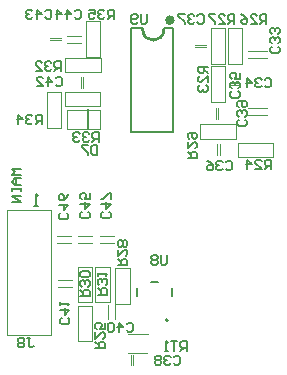
<source format=gbo>
G04*
G04 #@! TF.GenerationSoftware,Altium Limited,Altium Designer,22.2.1 (43)*
G04*
G04 Layer_Color=32896*
%FSLAX25Y25*%
%MOIN*%
G70*
G04*
G04 #@! TF.SameCoordinates,65C05967-714E-454F-997F-66751C825CAB*
G04*
G04*
G04 #@! TF.FilePolarity,Positive*
G04*
G01*
G75*
%ADD10C,0.00787*%
%ADD12C,0.01575*%
%ADD13C,0.01000*%
%ADD14C,0.00394*%
%ADD15C,0.00500*%
%ADD18C,0.00591*%
%ADD21R,0.01083X0.06693*%
D10*
X334842Y19646D02*
G03*
X334842Y19646I-394J0D01*
G01*
X336614Y82284D02*
Y116929D01*
X322441Y82284D02*
X336614D01*
X322441D02*
Y116929D01*
X326378D01*
X333465D02*
X336614D01*
X291339Y57874D02*
X290027D01*
X290683D01*
Y61810D01*
X291339Y61154D01*
X285827Y70079D02*
X282678D01*
X283728Y69029D01*
X282678Y67980D01*
X285827D01*
Y66930D02*
X283728D01*
X282678Y65881D01*
X283728Y64831D01*
X285827D01*
X284252D01*
Y66930D01*
X282678Y63782D02*
Y62732D01*
Y63257D01*
X285827D01*
Y63782D01*
Y62732D01*
Y61158D02*
X282678D01*
X285827Y59059D01*
X282678D01*
D12*
X336221Y119685D02*
G03*
X336221Y119685I-787J0D01*
G01*
D13*
X326378Y116535D02*
G03*
X333465Y116535I3543J0D01*
G01*
D14*
X350394Y92520D02*
X353937D01*
X349213D02*
X350394D01*
X349213D02*
Y104331D01*
X353937D01*
Y92520D02*
Y104331D01*
X295874Y14583D02*
Y56315D01*
X281307D02*
X295874D01*
X281307Y14583D02*
X295874D01*
X281307D02*
Y56315D01*
X311811Y25591D02*
X315354D01*
X310630D02*
X311811D01*
X310630D02*
Y37402D01*
X315354D01*
Y25591D02*
Y37402D01*
X297843Y47850D02*
X302567D01*
X297843Y45488D02*
X302567D01*
X304929Y47850D02*
X309653D01*
X304929Y45488D02*
X309653D01*
X312016Y47850D02*
X316740D01*
X312016Y45488D02*
X316740D01*
X304738Y24506D02*
X308281D01*
X309462D01*
Y12695D02*
Y24506D01*
X304738Y12695D02*
X309462D01*
X304738D02*
Y24506D01*
X323244Y4578D02*
Y8122D01*
X322456Y4578D02*
Y8122D01*
X321457Y14961D02*
X328150D01*
X321457Y8661D02*
X327756D01*
X317323Y37008D02*
X320866D01*
X322047D01*
Y25197D02*
Y37008D01*
X317323Y25197D02*
X322047D01*
X317323D02*
Y37008D01*
X305906Y25591D02*
X309449D01*
X304724D02*
X305906D01*
X304724D02*
Y37402D01*
X309449D01*
Y25591D02*
Y37402D01*
X317323Y20079D02*
Y24803D01*
X314961Y20079D02*
Y24803D01*
X355315Y98032D02*
X358858D01*
X355315Y98819D02*
X358858D01*
X350856Y86717D02*
Y90261D01*
X351643Y86717D02*
Y90261D01*
X357336Y81363D02*
Y84906D01*
Y80182D02*
Y81363D01*
X345525Y80182D02*
X357336D01*
X345525D02*
Y84906D01*
X357336D01*
X300394Y90945D02*
Y94488D01*
Y95669D01*
X312205D01*
Y90945D02*
Y95669D01*
X300394Y90945D02*
X312205D01*
X301083Y83465D02*
Y89764D01*
X312303D01*
Y83465D02*
Y89764D01*
X301083Y83465D02*
X312303D01*
X306643Y97047D02*
Y100591D01*
X305855Y97047D02*
Y100591D01*
X300594Y102238D02*
Y105781D01*
Y106962D01*
X312405D01*
Y102238D02*
Y106962D01*
X300594Y102238D02*
X312405D01*
X358095Y74138D02*
Y77681D01*
Y78862D01*
X369905D01*
Y74138D02*
Y78862D01*
X358095Y74138D02*
X369905D01*
X354724Y116929D02*
X358268D01*
X359449D01*
Y105118D02*
Y116929D01*
X354724Y105118D02*
X359449D01*
X354724D02*
Y116929D01*
X350394Y105118D02*
X353937D01*
X349213D02*
X350394D01*
X349213D02*
Y116929D01*
X353937D01*
Y105118D02*
Y116929D01*
X295669Y83858D02*
X299213D01*
X294488D02*
X295669D01*
X294488D02*
Y95669D01*
X299213D01*
Y83858D02*
Y95669D01*
X308661Y107480D02*
X312205D01*
X307480D02*
X308661D01*
X307480D02*
Y119291D01*
X312205D01*
Y107480D02*
Y119291D01*
X361650Y109481D02*
X367950D01*
X361650Y107119D02*
X367950D01*
X361650Y90381D02*
X367950D01*
X361650Y88019D02*
X367950D01*
X298031Y33071D02*
X302756D01*
X298031Y30709D02*
X302756D01*
X301181Y114420D02*
X305906D01*
X301181Y112058D02*
X305906D01*
X351206Y74728D02*
Y78272D01*
X351994Y74728D02*
Y78272D01*
X343898Y111417D02*
X347441D01*
X343898Y110630D02*
X347441D01*
X295472Y113779D02*
X299016D01*
X295472Y112992D02*
X299016D01*
D15*
X336024Y27835D02*
Y30433D01*
X328996Y32283D02*
X331634D01*
X324606Y27835D02*
Y30433D01*
D18*
X327821Y121653D02*
Y119029D01*
X327296Y118504D01*
X326246D01*
X325722Y119029D01*
Y121653D01*
X324672Y119029D02*
X324147Y118504D01*
X323098D01*
X322573Y119029D01*
Y121128D01*
X323098Y121653D01*
X324147D01*
X324672Y121128D01*
Y120604D01*
X324147Y120079D01*
X322573D01*
X334514Y41338D02*
Y38714D01*
X333989Y38190D01*
X332939D01*
X332415Y38714D01*
Y41338D01*
X331365Y40813D02*
X330840Y41338D01*
X329791D01*
X329266Y40813D01*
Y40288D01*
X329791Y39764D01*
X329266Y39239D01*
Y38714D01*
X329791Y38190D01*
X330840D01*
X331365Y38714D01*
Y39239D01*
X330840Y39764D01*
X331365Y40288D01*
Y40813D01*
X330840Y39764D02*
X329791D01*
X341075Y9449D02*
Y12598D01*
X339501D01*
X338976Y12073D01*
Y11024D01*
X339501Y10499D01*
X341075D01*
X340025D02*
X338976Y9449D01*
X337926Y12598D02*
X335827D01*
X336877D01*
Y9449D01*
X334778D02*
X333728D01*
X334253D01*
Y12598D01*
X334778Y12073D01*
X316796Y120079D02*
Y123228D01*
X315222D01*
X314698Y122703D01*
Y121653D01*
X315222Y121129D01*
X316796D01*
X315747D02*
X314698Y120079D01*
X313648Y122703D02*
X313123Y123228D01*
X312074D01*
X311549Y122703D01*
Y122178D01*
X312074Y121653D01*
X312598D01*
X312074D01*
X311549Y121129D01*
Y120604D01*
X312074Y120079D01*
X313123D01*
X313648Y120604D01*
X308400Y123228D02*
X310499D01*
Y121653D01*
X309450Y122178D01*
X308925D01*
X308400Y121653D01*
Y120604D01*
X308925Y120079D01*
X309975D01*
X310499Y120604D01*
X292781Y85040D02*
Y88188D01*
X291207D01*
X290682Y87664D01*
Y86614D01*
X291207Y86089D01*
X292781D01*
X291731D02*
X290682Y85040D01*
X289632Y87664D02*
X289107Y88188D01*
X288058D01*
X287533Y87664D01*
Y87139D01*
X288058Y86614D01*
X288583D01*
X288058D01*
X287533Y86089D01*
Y85565D01*
X288058Y85040D01*
X289107D01*
X289632Y85565D01*
X284909Y85040D02*
Y88188D01*
X286484Y86614D01*
X284385D01*
X311678Y79134D02*
Y82283D01*
X310104D01*
X309579Y81758D01*
Y80709D01*
X310104Y80184D01*
X311678D01*
X310629D02*
X309579Y79134D01*
X308530Y81758D02*
X308005Y82283D01*
X306956D01*
X306431Y81758D01*
Y81233D01*
X306956Y80709D01*
X307480D01*
X306956D01*
X306431Y80184D01*
Y79659D01*
X306956Y79134D01*
X308005D01*
X308530Y79659D01*
X305381Y81758D02*
X304856Y82283D01*
X303807D01*
X303282Y81758D01*
Y81233D01*
X303807Y80709D01*
X304332D01*
X303807D01*
X303282Y80184D01*
Y79659D01*
X303807Y79134D01*
X304856D01*
X305381Y79659D01*
X299080Y102756D02*
Y105905D01*
X297506D01*
X296981Y105380D01*
Y104331D01*
X297506Y103806D01*
X299080D01*
X298030D02*
X296981Y102756D01*
X295931Y105380D02*
X295407Y105905D01*
X294357D01*
X293832Y105380D01*
Y104856D01*
X294357Y104331D01*
X294882D01*
X294357D01*
X293832Y103806D01*
Y103281D01*
X294357Y102756D01*
X295407D01*
X295931Y103281D01*
X290684Y102756D02*
X292783D01*
X290684Y104856D01*
Y105380D01*
X291209Y105905D01*
X292258D01*
X292783Y105380D01*
X311418Y28216D02*
X314566D01*
Y29791D01*
X314042Y30316D01*
X312992D01*
X312467Y29791D01*
Y28216D01*
Y29266D02*
X311418Y30316D01*
X314042Y31365D02*
X314566Y31890D01*
Y32939D01*
X314042Y33464D01*
X313517D01*
X312992Y32939D01*
Y32414D01*
Y32939D01*
X312467Y33464D01*
X311943D01*
X311418Y32939D01*
Y31890D01*
X311943Y31365D01*
X311418Y34514D02*
Y35563D01*
Y35038D01*
X314566D01*
X314042Y34514D01*
X305512Y27692D02*
X308661D01*
Y29266D01*
X308136Y29791D01*
X307087D01*
X306562Y29266D01*
Y27692D01*
Y28741D02*
X305512Y29791D01*
X308136Y30840D02*
X308661Y31365D01*
Y32414D01*
X308136Y32939D01*
X307611D01*
X307087Y32414D01*
Y31890D01*
Y32414D01*
X306562Y32939D01*
X306037D01*
X305512Y32414D01*
Y31365D01*
X306037Y30840D01*
X308136Y33989D02*
X308661Y34514D01*
Y35563D01*
X308136Y36088D01*
X306037D01*
X305512Y35563D01*
Y34514D01*
X306037Y33989D01*
X308136D01*
X341339Y73755D02*
X344488D01*
Y75329D01*
X343963Y75854D01*
X342913D01*
X342389Y75329D01*
Y73755D01*
Y74804D02*
X341339Y75854D01*
Y79002D02*
Y76903D01*
X343438Y79002D01*
X343963D01*
X344488Y78478D01*
Y77428D01*
X343963Y76903D01*
X341864Y80052D02*
X341339Y80577D01*
Y81626D01*
X341864Y82151D01*
X343963D01*
X344488Y81626D01*
Y80577D01*
X343963Y80052D01*
X343438D01*
X342913Y80577D01*
Y82151D01*
X318111Y37928D02*
X321259D01*
Y39502D01*
X320735Y40027D01*
X319685D01*
X319160Y39502D01*
Y37928D01*
Y38977D02*
X318111Y40027D01*
Y43176D02*
Y41076D01*
X320210Y43176D01*
X320735D01*
X321259Y42651D01*
Y41601D01*
X320735Y41076D01*
Y44225D02*
X321259Y44750D01*
Y45799D01*
X320735Y46324D01*
X320210D01*
X319685Y45799D01*
X319160Y46324D01*
X318636D01*
X318111Y45799D01*
Y44750D01*
X318636Y44225D01*
X319160D01*
X319685Y44750D01*
X320210Y44225D01*
X320735D01*
X319685Y44750D02*
Y45799D01*
X356954Y118504D02*
Y121653D01*
X355380D01*
X354855Y121128D01*
Y120079D01*
X355380Y119554D01*
X356954D01*
X355905D02*
X354855Y118504D01*
X351706D02*
X353805D01*
X351706Y120604D01*
Y121128D01*
X352231Y121653D01*
X353281D01*
X353805Y121128D01*
X350657Y121653D02*
X348558D01*
Y121128D01*
X350657Y119029D01*
Y118504D01*
X367584D02*
Y121653D01*
X366010D01*
X365485Y121128D01*
Y120079D01*
X366010Y119554D01*
X367584D01*
X366534D02*
X365485Y118504D01*
X362336D02*
X364435D01*
X362336Y120604D01*
Y121128D01*
X362861Y121653D01*
X363911D01*
X364435Y121128D01*
X359188Y121653D02*
X360237Y121128D01*
X361287Y120079D01*
Y119029D01*
X360762Y118504D01*
X359713D01*
X359188Y119029D01*
Y119554D01*
X359713Y120079D01*
X361287D01*
X310630Y10369D02*
X313779D01*
Y11943D01*
X313254Y12468D01*
X312205D01*
X311680Y11943D01*
Y10369D01*
Y11418D02*
X310630Y12468D01*
Y15617D02*
Y13517D01*
X312730Y15617D01*
X313254D01*
X313779Y15092D01*
Y14042D01*
X313254Y13517D01*
X313779Y18765D02*
Y16666D01*
X312205D01*
X312730Y17716D01*
Y18240D01*
X312205Y18765D01*
X311155D01*
X310630Y18240D01*
Y17191D01*
X311155Y16666D01*
X369159Y70079D02*
Y73228D01*
X367584D01*
X367060Y72703D01*
Y71653D01*
X367584Y71129D01*
X369159D01*
X368109D02*
X367060Y70079D01*
X363911D02*
X366010D01*
X363911Y72178D01*
Y72703D01*
X364436Y73228D01*
X365485D01*
X366010Y72703D01*
X361287Y70079D02*
Y73228D01*
X362862Y71653D01*
X360763D01*
X348031Y104198D02*
X344882D01*
Y102624D01*
X345407Y102099D01*
X346457D01*
X346981Y102624D01*
Y104198D01*
Y103149D02*
X348031Y102099D01*
Y98950D02*
Y101049D01*
X345932Y98950D01*
X345407D01*
X344882Y99475D01*
Y100525D01*
X345407Y101049D01*
Y97901D02*
X344882Y97376D01*
Y96327D01*
X345407Y95802D01*
X345932D01*
X346457Y96327D01*
Y96851D01*
Y96327D01*
X346981Y95802D01*
X347506D01*
X348031Y96327D01*
Y97376D01*
X347506Y97901D01*
X287926Y13779D02*
X288976D01*
X288451D01*
Y11155D01*
X288976Y10630D01*
X289501D01*
X290025Y11155D01*
X286877Y13254D02*
X286352Y13779D01*
X285302D01*
X284778Y13254D01*
Y12730D01*
X285302Y12205D01*
X284778Y11680D01*
Y11155D01*
X285302Y10630D01*
X286352D01*
X286877Y11155D01*
Y11680D01*
X286352Y12205D01*
X286877Y12730D01*
Y13254D01*
X286352Y12205D02*
X285302D01*
X311285Y77952D02*
Y74804D01*
X309711D01*
X309186Y75328D01*
Y77428D01*
X309711Y77952D01*
X311285D01*
X308137D02*
X306038D01*
Y77428D01*
X308137Y75328D01*
Y74804D01*
X315223Y55775D02*
X315747Y55250D01*
Y54201D01*
X315223Y53676D01*
X313124D01*
X312599Y54201D01*
Y55250D01*
X313124Y55775D01*
X312599Y58399D02*
X315747D01*
X314173Y56824D01*
Y58924D01*
X315747Y59973D02*
Y62072D01*
X315223D01*
X313124Y59973D01*
X312599D01*
X301049Y55381D02*
X301574Y54856D01*
Y53807D01*
X301049Y53282D01*
X298951D01*
X298426Y53807D01*
Y54856D01*
X298951Y55381D01*
X298426Y58005D02*
X301574D01*
X300000Y56431D01*
Y58530D01*
X301574Y61678D02*
X301049Y60629D01*
X300000Y59579D01*
X298951D01*
X298426Y60104D01*
Y61154D01*
X298951Y61678D01*
X299475D01*
X300000Y61154D01*
Y59579D01*
X308136Y55775D02*
X308661Y55250D01*
Y54201D01*
X308136Y53676D01*
X306037D01*
X305512Y54201D01*
Y55250D01*
X306037Y55775D01*
X305512Y58399D02*
X308661D01*
X307087Y56824D01*
Y58924D01*
X308661Y62072D02*
Y59973D01*
X307087D01*
X307611Y61023D01*
Y61547D01*
X307087Y62072D01*
X306037D01*
X305512Y61547D01*
Y60498D01*
X306037Y59973D01*
X303674Y122703D02*
X304199Y123228D01*
X305248D01*
X305773Y122703D01*
Y120604D01*
X305248Y120079D01*
X304199D01*
X303674Y120604D01*
X301050Y120079D02*
Y123228D01*
X302624Y121653D01*
X300525D01*
X297901Y120079D02*
Y123228D01*
X299476Y121653D01*
X297377D01*
X293831Y122703D02*
X294356Y123228D01*
X295406D01*
X295930Y122703D01*
Y120604D01*
X295406Y120079D01*
X294356D01*
X293831Y120604D01*
X291208Y120079D02*
Y123228D01*
X292782Y121653D01*
X290683D01*
X289633Y122703D02*
X289108Y123228D01*
X288059D01*
X287534Y122703D01*
Y122178D01*
X288059Y121653D01*
X288584D01*
X288059D01*
X287534Y121129D01*
Y120604D01*
X288059Y120079D01*
X289108D01*
X289633Y120604D01*
X297375Y100262D02*
X297899Y100787D01*
X298949D01*
X299474Y100262D01*
Y98163D01*
X298949Y97638D01*
X297899D01*
X297375Y98163D01*
X294751Y97638D02*
Y100787D01*
X296325Y99213D01*
X294226D01*
X291077Y97638D02*
X293177D01*
X291077Y99737D01*
Y100262D01*
X291602Y100787D01*
X292652D01*
X293177Y100262D01*
X301443Y20473D02*
X301968Y19948D01*
Y18899D01*
X301443Y18374D01*
X299344D01*
X298819Y18899D01*
Y19948D01*
X299344Y20473D01*
X298819Y23097D02*
X301968D01*
X300394Y21522D01*
Y23621D01*
X298819Y24671D02*
Y25721D01*
Y25196D01*
X301968D01*
X301443Y24671D01*
X320997Y18372D02*
X321521Y18897D01*
X322571D01*
X323096Y18372D01*
Y16273D01*
X322571Y15748D01*
X321521D01*
X320997Y16273D01*
X318373Y15748D02*
Y18897D01*
X319947Y17323D01*
X317848D01*
X316799Y18372D02*
X316274Y18897D01*
X315224D01*
X314700Y18372D01*
Y16273D01*
X315224Y15748D01*
X316274D01*
X316799Y16273D01*
Y18372D01*
X360498Y86484D02*
X361023Y85959D01*
Y84909D01*
X360498Y84385D01*
X358399D01*
X357874Y84909D01*
Y85959D01*
X358399Y86484D01*
X360498Y87533D02*
X361023Y88058D01*
Y89107D01*
X360498Y89632D01*
X359974D01*
X359449Y89107D01*
Y88583D01*
Y89107D01*
X358924Y89632D01*
X358399D01*
X357874Y89107D01*
Y88058D01*
X358399Y87533D01*
Y90682D02*
X357874Y91207D01*
Y92256D01*
X358399Y92781D01*
X360498D01*
X361023Y92256D01*
Y91207D01*
X360498Y90682D01*
X359974D01*
X359449Y91207D01*
Y92781D01*
X336745Y7349D02*
X337269Y7874D01*
X338319D01*
X338844Y7349D01*
Y5250D01*
X338319Y4725D01*
X337269D01*
X336745Y5250D01*
X335695Y7349D02*
X335170Y7874D01*
X334121D01*
X333596Y7349D01*
Y6824D01*
X334121Y6299D01*
X334646D01*
X334121D01*
X333596Y5774D01*
Y5250D01*
X334121Y4725D01*
X335170D01*
X335695Y5250D01*
X332547Y7349D02*
X332022Y7874D01*
X330972D01*
X330448Y7349D01*
Y6824D01*
X330972Y6299D01*
X330448Y5774D01*
Y5250D01*
X330972Y4725D01*
X332022D01*
X332547Y5250D01*
Y5774D01*
X332022Y6299D01*
X332547Y6824D01*
Y7349D01*
X332022Y6299D02*
X330972D01*
X344619Y121128D02*
X345144Y121653D01*
X346193D01*
X346718Y121128D01*
Y119029D01*
X346193Y118504D01*
X345144D01*
X344619Y119029D01*
X343569Y121128D02*
X343044Y121653D01*
X341995D01*
X341470Y121128D01*
Y120604D01*
X341995Y120079D01*
X342520D01*
X341995D01*
X341470Y119554D01*
Y119029D01*
X341995Y118504D01*
X343044D01*
X343569Y119029D01*
X340421Y121653D02*
X338322D01*
Y121128D01*
X340421Y119029D01*
Y118504D01*
X354068Y72309D02*
X354592Y72834D01*
X355642D01*
X356167Y72309D01*
Y70210D01*
X355642Y69686D01*
X354592D01*
X354068Y70210D01*
X353018Y72309D02*
X352493Y72834D01*
X351444D01*
X350919Y72309D01*
Y71785D01*
X351444Y71260D01*
X351969D01*
X351444D01*
X350919Y70735D01*
Y70210D01*
X351444Y69686D01*
X352493D01*
X353018Y70210D01*
X347770Y72834D02*
X348820Y72309D01*
X349869Y71260D01*
Y70210D01*
X349345Y69686D01*
X348295D01*
X347770Y70210D01*
Y70735D01*
X348295Y71260D01*
X349869D01*
X358136Y95932D02*
X358661Y95408D01*
Y94358D01*
X358136Y93833D01*
X356037D01*
X355512Y94358D01*
Y95408D01*
X356037Y95932D01*
X358136Y96982D02*
X358661Y97507D01*
Y98556D01*
X358136Y99081D01*
X357611D01*
X357087Y98556D01*
Y98032D01*
Y98556D01*
X356562Y99081D01*
X356037D01*
X355512Y98556D01*
Y97507D01*
X356037Y96982D01*
X358661Y102230D02*
Y100131D01*
X357087D01*
X357611Y101180D01*
Y101705D01*
X357087Y102230D01*
X356037D01*
X355512Y101705D01*
Y100655D01*
X356037Y100131D01*
X367060Y99868D02*
X367584Y100393D01*
X368634D01*
X369159Y99868D01*
Y97769D01*
X368634Y97245D01*
X367584D01*
X367060Y97769D01*
X366010Y99868D02*
X365485Y100393D01*
X364436D01*
X363911Y99868D01*
Y99344D01*
X364436Y98819D01*
X364961D01*
X364436D01*
X363911Y98294D01*
Y97769D01*
X364436Y97245D01*
X365485D01*
X366010Y97769D01*
X361287Y97245D02*
Y100393D01*
X362862Y98819D01*
X360763D01*
X371522Y110893D02*
X372047Y110368D01*
Y109319D01*
X371522Y108794D01*
X369423D01*
X368898Y109319D01*
Y110368D01*
X369423Y110893D01*
X371522Y111943D02*
X372047Y112467D01*
Y113517D01*
X371522Y114042D01*
X370997D01*
X370472Y113517D01*
Y112992D01*
Y113517D01*
X369948Y114042D01*
X369423D01*
X368898Y113517D01*
Y112467D01*
X369423Y111943D01*
X371522Y115091D02*
X372047Y115616D01*
Y116665D01*
X371522Y117190D01*
X370997D01*
X370472Y116665D01*
Y116141D01*
Y116665D01*
X369948Y117190D01*
X369423D01*
X368898Y116665D01*
Y115616D01*
X369423Y115091D01*
D21*
X308022Y86614D02*
D03*
M02*

</source>
